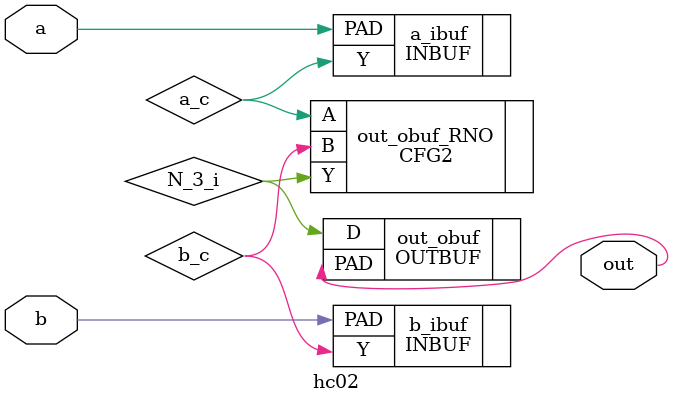
<source format=v>
`timescale 1 ns/100 ps


module hc02(
       a,
       b,
       out
    );
input  a;
input  b;
output out;

    wire GND_net_1, VCC_net_1, a_c, b_c, N_3_i;
    
    INBUF a_ibuf (.PAD(a), .Y(a_c));
    VCC VCC (.Y(VCC_net_1));
    CFG2 #( .INIT(4'h1) )  out_obuf_RNO (.A(a_c), .B(b_c), .Y(N_3_i));
    GND GND (.Y(GND_net_1));
    INBUF b_ibuf (.PAD(b), .Y(b_c));
    OUTBUF out_obuf (.D(N_3_i), .PAD(out));
    
endmodule

</source>
